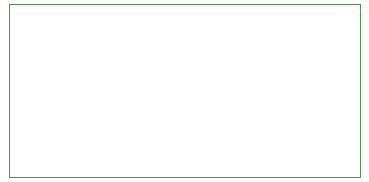
<source format=gbr>
%TF.GenerationSoftware,KiCad,Pcbnew,8.0.8*%
%TF.CreationDate,2025-06-15T19:23:18+08:00*%
%TF.ProjectId,USB_C_Connector,5553425f-435f-4436-9f6e-6e6563746f72,rev?*%
%TF.SameCoordinates,Original*%
%TF.FileFunction,Profile,NP*%
%FSLAX46Y46*%
G04 Gerber Fmt 4.6, Leading zero omitted, Abs format (unit mm)*
G04 Created by KiCad (PCBNEW 8.0.8) date 2025-06-15 19:23:18*
%MOMM*%
%LPD*%
G01*
G04 APERTURE LIST*
%TA.AperFunction,Profile*%
%ADD10C,0.050000*%
%TD*%
G04 APERTURE END LIST*
D10*
X34823400Y-43535600D02*
X64516000Y-43535600D01*
X64516000Y-58191400D01*
X34823400Y-58191400D01*
X34823400Y-43535600D01*
M02*

</source>
